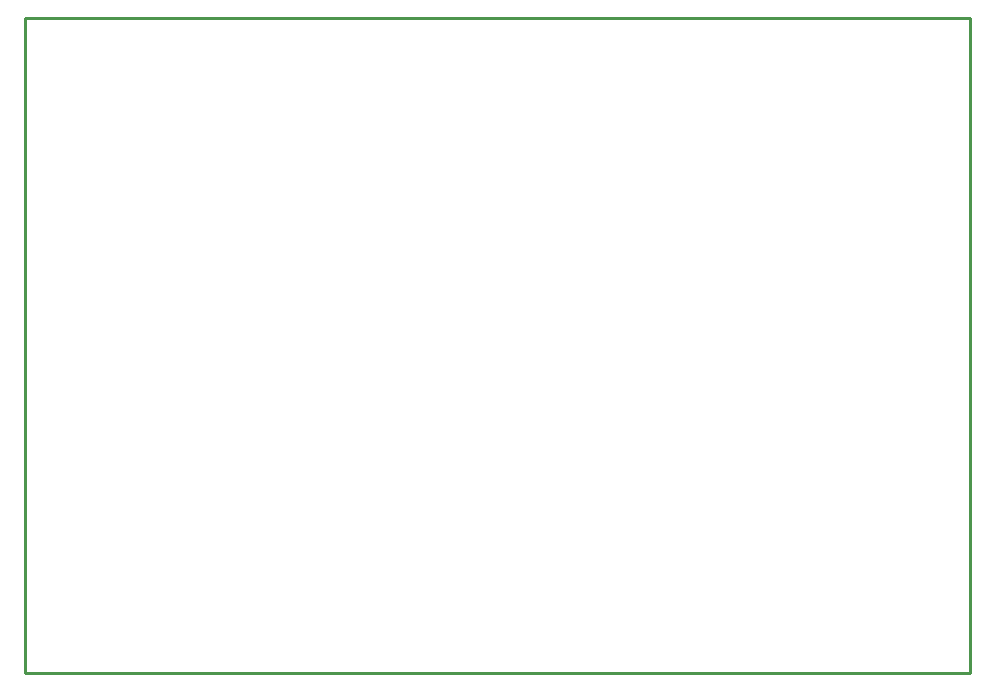
<source format=gm1>
%FSLAX25Y25*%
%MOIN*%
G70*
G01*
G75*
G04 Layer_Color=16711935*
%ADD10C,0.01000*%
%ADD11C,0.01118*%
%ADD12C,0.01118*%
%ADD13R,0.05315X0.01575*%
%ADD14R,0.02559X0.02953*%
%ADD15R,0.20669X0.07874*%
%ADD16R,0.18701X0.02992*%
%ADD17R,0.02756X0.02756*%
%ADD18R,0.02953X0.02559*%
%ADD19R,0.03150X0.03937*%
%ADD20R,0.03543X0.04724*%
%ADD21R,0.07480X0.07480*%
%ADD22R,0.07480X0.06299*%
%ADD23R,0.06299X0.08268*%
%ADD24R,0.05906X0.03347*%
%ADD25R,0.03937X0.07087*%
%ADD26R,0.05709X0.03937*%
%ADD27R,0.02362X0.03150*%
%ADD28R,0.03543X0.09449*%
%ADD29R,0.12992X0.09449*%
%ADD30R,0.02362X0.02362*%
%ADD31R,0.02362X0.02362*%
%ADD32R,0.02362X0.02953*%
%ADD33R,0.01378X0.03347*%
%ADD34O,0.02362X0.07087*%
%ADD35O,0.05512X0.02362*%
%ADD36O,0.07087X0.02362*%
%ADD37O,0.10236X0.02362*%
%ADD38O,0.03347X0.00984*%
%ADD39R,0.06496X0.09370*%
%ADD40R,0.08189X0.08189*%
%ADD41O,0.02559X0.01181*%
%ADD42O,0.01181X0.02559*%
%ADD43R,0.10236X0.03937*%
%ADD44R,0.03937X0.10236*%
%ADD45R,0.03937X0.12992*%
%ADD46R,0.12992X0.03937*%
%ADD47O,0.02165X0.06693*%
%ADD48O,0.06693X0.02165*%
%ADD49C,0.01329*%
%ADD50C,0.02500*%
%ADD51C,0.01500*%
%ADD52C,0.01079*%
%ADD53R,0.36000X0.29000*%
%ADD54R,0.38000X0.29000*%
%ADD55R,0.05906X0.05906*%
%ADD56C,0.05906*%
%ADD57C,0.06000*%
%ADD58C,0.06693*%
%ADD59C,0.02500*%
%ADD60C,0.04000*%
%ADD61C,0.07543*%
G04:AMPARAMS|DCode=62|XSize=95.433mil|YSize=95.433mil|CornerRadius=0mil|HoleSize=0mil|Usage=FLASHONLY|Rotation=0.000|XOffset=0mil|YOffset=0mil|HoleType=Round|Shape=Relief|Width=10mil|Gap=10mil|Entries=4|*
%AMTHD62*
7,0,0,0.09543,0.07543,0.01000,45*
%
%ADD62THD62*%
G04:AMPARAMS|DCode=63|XSize=99.37mil|YSize=99.37mil|CornerRadius=0mil|HoleSize=0mil|Usage=FLASHONLY|Rotation=0.000|XOffset=0mil|YOffset=0mil|HoleType=Round|Shape=Relief|Width=10mil|Gap=10mil|Entries=4|*
%AMTHD63*
7,0,0,0.09937,0.07937,0.01000,45*
%
%ADD63THD63*%
G04:AMPARAMS|DCode=64|XSize=111.181mil|YSize=111.181mil|CornerRadius=0mil|HoleSize=0mil|Usage=FLASHONLY|Rotation=0.000|XOffset=0mil|YOffset=0mil|HoleType=Round|Shape=Relief|Width=10mil|Gap=10mil|Entries=4|*
%AMTHD64*
7,0,0,0.11118,0.09118,0.01000,45*
%
%ADD64THD64*%
%ADD65C,0.07937*%
%ADD66C,0.09118*%
%ADD67C,0.05500*%
%ADD68C,0.00984*%
%ADD69C,0.02362*%
%ADD70C,0.00394*%
%ADD71C,0.00787*%
%ADD72R,0.05709X0.01969*%
%ADD73R,0.03359X0.03753*%
%ADD74R,0.21469X0.08674*%
%ADD75R,0.19501X0.03792*%
%ADD76R,0.03556X0.03556*%
%ADD77R,0.03753X0.03359*%
%ADD78R,0.03950X0.04737*%
%ADD79R,0.04343X0.05524*%
%ADD80R,0.08280X0.08280*%
%ADD81R,0.08280X0.07099*%
%ADD82R,0.07099X0.09068*%
%ADD83R,0.06706X0.04147*%
%ADD84R,0.04737X0.07887*%
%ADD85R,0.06509X0.04737*%
%ADD86R,0.03162X0.03950*%
%ADD87R,0.04343X0.10249*%
%ADD88R,0.13792X0.10249*%
%ADD89R,0.03162X0.03162*%
%ADD90R,0.03162X0.03162*%
%ADD91R,0.03162X0.03753*%
%ADD92R,0.02178X0.04147*%
%ADD93O,0.03162X0.07887*%
%ADD94O,0.06312X0.03162*%
%ADD95O,0.07887X0.03162*%
%ADD96O,0.11036X0.03162*%
%ADD97O,0.03740X0.01378*%
%ADD98R,0.06890X0.09764*%
%ADD99R,0.08989X0.08989*%
%ADD100O,0.03359X0.01981*%
%ADD101O,0.01981X0.03359*%
%ADD102R,0.11036X0.04737*%
%ADD103R,0.04737X0.11036*%
%ADD104R,0.04737X0.13792*%
%ADD105R,0.13792X0.04737*%
%ADD106O,0.02559X0.07087*%
%ADD107O,0.07087X0.02559*%
%ADD108R,0.06706X0.06706*%
%ADD109C,0.06706*%
%ADD110C,0.06800*%
%ADD111C,0.07493*%
D10*
X0Y0D02*
Y218504D01*
Y0D02*
X314961D01*
Y218504D01*
X0D02*
X314961D01*
M02*

</source>
